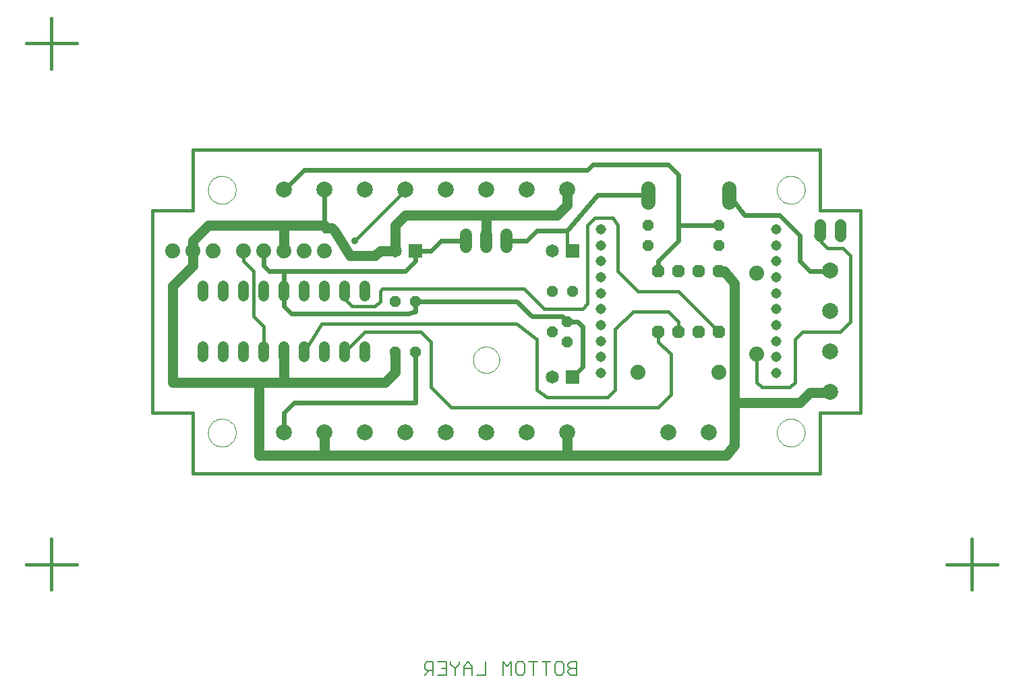
<source format=gbl>
G75*
G70*
%OFA0B0*%
%FSLAX24Y24*%
%IPPOS*%
%LPD*%
%AMOC8*
5,1,8,0,0,1.08239X$1,22.5*
%
%ADD10C,0.0160*%
%ADD11C,0.0000*%
%ADD12C,0.0060*%
%ADD13OC8,0.0630*%
%ADD14C,0.0787*%
%ADD15OC8,0.0520*%
%ADD16C,0.0600*%
%ADD17R,0.0650X0.0650*%
%ADD18C,0.0650*%
%ADD19C,0.0740*%
%ADD20C,0.0515*%
%ADD21C,0.0520*%
%ADD22C,0.0700*%
%ADD23C,0.0560*%
%ADD24C,0.0500*%
%ADD25C,0.0240*%
%ADD26C,0.0360*%
D10*
X004331Y004583D02*
X004331Y007083D01*
X003081Y005833D02*
X005581Y005833D01*
X011331Y010333D02*
X011331Y013333D01*
X009331Y013333D01*
X009331Y023333D01*
X011331Y023333D01*
X011331Y026333D01*
X042331Y026333D01*
X042331Y023333D01*
X044331Y023333D01*
X044331Y013333D01*
X042331Y013333D01*
X042331Y010333D01*
X011331Y010333D01*
X014831Y016333D02*
X014831Y017583D01*
X014331Y018083D01*
X014331Y020333D01*
X013831Y020833D01*
X013831Y021333D01*
X018831Y019333D02*
X018831Y018958D01*
X019206Y018583D01*
X020331Y018583D01*
X020581Y018833D01*
X020581Y019333D01*
X020706Y019458D01*
X027706Y019458D01*
X028706Y018458D01*
X030581Y018458D01*
X030831Y018708D01*
X030831Y022583D01*
X031206Y022958D01*
X032081Y022958D01*
X032331Y022583D01*
X032331Y020333D01*
X033331Y019333D01*
X035331Y019333D01*
X037331Y017333D01*
X035331Y017333D02*
X035331Y017833D01*
X034831Y018333D01*
X033081Y018333D01*
X032206Y017458D01*
X032206Y014458D01*
X031831Y014083D01*
X028831Y014083D01*
X028331Y014458D01*
X028331Y016958D01*
X027331Y017708D01*
X017706Y017708D01*
X016831Y016333D01*
X018831Y016333D02*
X019831Y017333D01*
X022581Y017333D01*
X023081Y016833D01*
X023081Y014583D01*
X024081Y013583D01*
X034331Y013583D01*
X034956Y014208D01*
X034956Y016208D01*
X034331Y016833D01*
X034331Y017333D01*
X039206Y016208D02*
X039206Y014833D01*
X039456Y014583D01*
X040831Y014583D01*
X041081Y014833D01*
X041081Y016958D01*
X041456Y017333D01*
X043331Y017333D01*
X043831Y017833D01*
X043831Y021083D01*
X043456Y021458D01*
X042706Y021458D01*
X042081Y022083D01*
X042841Y020342D02*
X042831Y020333D01*
X030081Y021333D02*
X029831Y021333D01*
X029831Y022333D01*
X021831Y024333D02*
X021823Y024343D01*
X021831Y024333D02*
X019331Y021833D01*
X005581Y031583D02*
X003081Y031583D01*
X004331Y030333D02*
X004331Y032833D01*
X048581Y005833D02*
X051081Y005833D01*
X049831Y004583D02*
X049831Y007083D01*
D11*
X040204Y012333D02*
X040206Y012385D01*
X040212Y012437D01*
X040222Y012488D01*
X040235Y012538D01*
X040253Y012588D01*
X040274Y012635D01*
X040298Y012681D01*
X040327Y012725D01*
X040358Y012767D01*
X040392Y012806D01*
X040429Y012843D01*
X040469Y012876D01*
X040512Y012907D01*
X040556Y012934D01*
X040602Y012958D01*
X040651Y012978D01*
X040700Y012994D01*
X040751Y013007D01*
X040802Y013016D01*
X040854Y013021D01*
X040906Y013022D01*
X040958Y013019D01*
X041010Y013012D01*
X041061Y013001D01*
X041111Y012987D01*
X041160Y012968D01*
X041207Y012946D01*
X041252Y012921D01*
X041296Y012892D01*
X041337Y012860D01*
X041376Y012825D01*
X041411Y012787D01*
X041444Y012746D01*
X041474Y012704D01*
X041500Y012659D01*
X041523Y012612D01*
X041542Y012563D01*
X041558Y012513D01*
X041570Y012463D01*
X041578Y012411D01*
X041582Y012359D01*
X041582Y012307D01*
X041578Y012255D01*
X041570Y012203D01*
X041558Y012153D01*
X041542Y012103D01*
X041523Y012054D01*
X041500Y012007D01*
X041474Y011962D01*
X041444Y011920D01*
X041411Y011879D01*
X041376Y011841D01*
X041337Y011806D01*
X041296Y011774D01*
X041252Y011745D01*
X041207Y011720D01*
X041160Y011698D01*
X041111Y011679D01*
X041061Y011665D01*
X041010Y011654D01*
X040958Y011647D01*
X040906Y011644D01*
X040854Y011645D01*
X040802Y011650D01*
X040751Y011659D01*
X040700Y011672D01*
X040651Y011688D01*
X040602Y011708D01*
X040556Y011732D01*
X040512Y011759D01*
X040469Y011790D01*
X040429Y011823D01*
X040392Y011860D01*
X040358Y011899D01*
X040327Y011941D01*
X040298Y011985D01*
X040274Y012031D01*
X040253Y012078D01*
X040235Y012128D01*
X040222Y012178D01*
X040212Y012229D01*
X040206Y012281D01*
X040204Y012333D01*
X025181Y015933D02*
X025183Y015983D01*
X025189Y016033D01*
X025199Y016083D01*
X025212Y016131D01*
X025229Y016179D01*
X025250Y016225D01*
X025274Y016269D01*
X025302Y016311D01*
X025333Y016351D01*
X025367Y016388D01*
X025404Y016423D01*
X025443Y016454D01*
X025484Y016483D01*
X025528Y016508D01*
X025574Y016530D01*
X025621Y016548D01*
X025669Y016562D01*
X025718Y016573D01*
X025768Y016580D01*
X025818Y016583D01*
X025869Y016582D01*
X025919Y016577D01*
X025969Y016568D01*
X026017Y016556D01*
X026065Y016539D01*
X026111Y016519D01*
X026156Y016496D01*
X026199Y016469D01*
X026239Y016439D01*
X026277Y016406D01*
X026312Y016370D01*
X026345Y016331D01*
X026374Y016290D01*
X026400Y016247D01*
X026423Y016202D01*
X026442Y016155D01*
X026457Y016107D01*
X026469Y016058D01*
X026477Y016008D01*
X026481Y015958D01*
X026481Y015908D01*
X026477Y015858D01*
X026469Y015808D01*
X026457Y015759D01*
X026442Y015711D01*
X026423Y015664D01*
X026400Y015619D01*
X026374Y015576D01*
X026345Y015535D01*
X026312Y015496D01*
X026277Y015460D01*
X026239Y015427D01*
X026199Y015397D01*
X026156Y015370D01*
X026111Y015347D01*
X026065Y015327D01*
X026017Y015310D01*
X025969Y015298D01*
X025919Y015289D01*
X025869Y015284D01*
X025818Y015283D01*
X025768Y015286D01*
X025718Y015293D01*
X025669Y015304D01*
X025621Y015318D01*
X025574Y015336D01*
X025528Y015358D01*
X025484Y015383D01*
X025443Y015412D01*
X025404Y015443D01*
X025367Y015478D01*
X025333Y015515D01*
X025302Y015555D01*
X025274Y015597D01*
X025250Y015641D01*
X025229Y015687D01*
X025212Y015735D01*
X025199Y015783D01*
X025189Y015833D01*
X025183Y015883D01*
X025181Y015933D01*
X012079Y012333D02*
X012081Y012385D01*
X012087Y012437D01*
X012097Y012488D01*
X012110Y012538D01*
X012128Y012588D01*
X012149Y012635D01*
X012173Y012681D01*
X012202Y012725D01*
X012233Y012767D01*
X012267Y012806D01*
X012304Y012843D01*
X012344Y012876D01*
X012387Y012907D01*
X012431Y012934D01*
X012477Y012958D01*
X012526Y012978D01*
X012575Y012994D01*
X012626Y013007D01*
X012677Y013016D01*
X012729Y013021D01*
X012781Y013022D01*
X012833Y013019D01*
X012885Y013012D01*
X012936Y013001D01*
X012986Y012987D01*
X013035Y012968D01*
X013082Y012946D01*
X013127Y012921D01*
X013171Y012892D01*
X013212Y012860D01*
X013251Y012825D01*
X013286Y012787D01*
X013319Y012746D01*
X013349Y012704D01*
X013375Y012659D01*
X013398Y012612D01*
X013417Y012563D01*
X013433Y012513D01*
X013445Y012463D01*
X013453Y012411D01*
X013457Y012359D01*
X013457Y012307D01*
X013453Y012255D01*
X013445Y012203D01*
X013433Y012153D01*
X013417Y012103D01*
X013398Y012054D01*
X013375Y012007D01*
X013349Y011962D01*
X013319Y011920D01*
X013286Y011879D01*
X013251Y011841D01*
X013212Y011806D01*
X013171Y011774D01*
X013127Y011745D01*
X013082Y011720D01*
X013035Y011698D01*
X012986Y011679D01*
X012936Y011665D01*
X012885Y011654D01*
X012833Y011647D01*
X012781Y011644D01*
X012729Y011645D01*
X012677Y011650D01*
X012626Y011659D01*
X012575Y011672D01*
X012526Y011688D01*
X012477Y011708D01*
X012431Y011732D01*
X012387Y011759D01*
X012344Y011790D01*
X012304Y011823D01*
X012267Y011860D01*
X012233Y011899D01*
X012202Y011941D01*
X012173Y011985D01*
X012149Y012031D01*
X012128Y012078D01*
X012110Y012128D01*
X012097Y012178D01*
X012087Y012229D01*
X012081Y012281D01*
X012079Y012333D01*
X012079Y024333D02*
X012081Y024385D01*
X012087Y024437D01*
X012097Y024488D01*
X012110Y024538D01*
X012128Y024588D01*
X012149Y024635D01*
X012173Y024681D01*
X012202Y024725D01*
X012233Y024767D01*
X012267Y024806D01*
X012304Y024843D01*
X012344Y024876D01*
X012387Y024907D01*
X012431Y024934D01*
X012477Y024958D01*
X012526Y024978D01*
X012575Y024994D01*
X012626Y025007D01*
X012677Y025016D01*
X012729Y025021D01*
X012781Y025022D01*
X012833Y025019D01*
X012885Y025012D01*
X012936Y025001D01*
X012986Y024987D01*
X013035Y024968D01*
X013082Y024946D01*
X013127Y024921D01*
X013171Y024892D01*
X013212Y024860D01*
X013251Y024825D01*
X013286Y024787D01*
X013319Y024746D01*
X013349Y024704D01*
X013375Y024659D01*
X013398Y024612D01*
X013417Y024563D01*
X013433Y024513D01*
X013445Y024463D01*
X013453Y024411D01*
X013457Y024359D01*
X013457Y024307D01*
X013453Y024255D01*
X013445Y024203D01*
X013433Y024153D01*
X013417Y024103D01*
X013398Y024054D01*
X013375Y024007D01*
X013349Y023962D01*
X013319Y023920D01*
X013286Y023879D01*
X013251Y023841D01*
X013212Y023806D01*
X013171Y023774D01*
X013127Y023745D01*
X013082Y023720D01*
X013035Y023698D01*
X012986Y023679D01*
X012936Y023665D01*
X012885Y023654D01*
X012833Y023647D01*
X012781Y023644D01*
X012729Y023645D01*
X012677Y023650D01*
X012626Y023659D01*
X012575Y023672D01*
X012526Y023688D01*
X012477Y023708D01*
X012431Y023732D01*
X012387Y023759D01*
X012344Y023790D01*
X012304Y023823D01*
X012267Y023860D01*
X012233Y023899D01*
X012202Y023941D01*
X012173Y023985D01*
X012149Y024031D01*
X012128Y024078D01*
X012110Y024128D01*
X012097Y024178D01*
X012087Y024229D01*
X012081Y024281D01*
X012079Y024333D01*
X040204Y024333D02*
X040206Y024385D01*
X040212Y024437D01*
X040222Y024488D01*
X040235Y024538D01*
X040253Y024588D01*
X040274Y024635D01*
X040298Y024681D01*
X040327Y024725D01*
X040358Y024767D01*
X040392Y024806D01*
X040429Y024843D01*
X040469Y024876D01*
X040512Y024907D01*
X040556Y024934D01*
X040602Y024958D01*
X040651Y024978D01*
X040700Y024994D01*
X040751Y025007D01*
X040802Y025016D01*
X040854Y025021D01*
X040906Y025022D01*
X040958Y025019D01*
X041010Y025012D01*
X041061Y025001D01*
X041111Y024987D01*
X041160Y024968D01*
X041207Y024946D01*
X041252Y024921D01*
X041296Y024892D01*
X041337Y024860D01*
X041376Y024825D01*
X041411Y024787D01*
X041444Y024746D01*
X041474Y024704D01*
X041500Y024659D01*
X041523Y024612D01*
X041542Y024563D01*
X041558Y024513D01*
X041570Y024463D01*
X041578Y024411D01*
X041582Y024359D01*
X041582Y024307D01*
X041578Y024255D01*
X041570Y024203D01*
X041558Y024153D01*
X041542Y024103D01*
X041523Y024054D01*
X041500Y024007D01*
X041474Y023962D01*
X041444Y023920D01*
X041411Y023879D01*
X041376Y023841D01*
X041337Y023806D01*
X041296Y023774D01*
X041252Y023745D01*
X041207Y023720D01*
X041160Y023698D01*
X041111Y023679D01*
X041061Y023665D01*
X041010Y023654D01*
X040958Y023647D01*
X040906Y023644D01*
X040854Y023645D01*
X040802Y023650D01*
X040751Y023659D01*
X040700Y023672D01*
X040651Y023688D01*
X040602Y023708D01*
X040556Y023732D01*
X040512Y023759D01*
X040469Y023790D01*
X040429Y023823D01*
X040392Y023860D01*
X040358Y023899D01*
X040327Y023941D01*
X040298Y023985D01*
X040274Y024031D01*
X040253Y024078D01*
X040235Y024128D01*
X040222Y024178D01*
X040212Y024229D01*
X040206Y024281D01*
X040204Y024333D01*
D12*
X030301Y001004D02*
X029981Y001004D01*
X029874Y000897D01*
X029874Y000790D01*
X029981Y000684D01*
X030301Y000684D01*
X030301Y001004D02*
X030301Y000363D01*
X029981Y000363D01*
X029874Y000470D01*
X029874Y000577D01*
X029981Y000684D01*
X029656Y000897D02*
X029656Y000470D01*
X029550Y000363D01*
X029336Y000363D01*
X029229Y000470D01*
X029229Y000897D01*
X029336Y001004D01*
X029550Y001004D01*
X029656Y000897D01*
X029012Y001004D02*
X028585Y001004D01*
X028798Y001004D02*
X028798Y000363D01*
X028154Y000363D02*
X028154Y001004D01*
X028367Y001004D02*
X027940Y001004D01*
X027723Y000897D02*
X027723Y000470D01*
X027616Y000363D01*
X027402Y000363D01*
X027296Y000470D01*
X027296Y000897D01*
X027402Y001004D01*
X027616Y001004D01*
X027723Y000897D01*
X027078Y001004D02*
X027078Y000363D01*
X026651Y000363D02*
X026651Y001004D01*
X026865Y000790D01*
X027078Y001004D01*
X025789Y001004D02*
X025789Y000363D01*
X025362Y000363D01*
X025145Y000363D02*
X025145Y000790D01*
X024931Y001004D01*
X024718Y000790D01*
X024718Y000363D01*
X024718Y000684D02*
X025145Y000684D01*
X024500Y000897D02*
X024287Y000684D01*
X024287Y000363D01*
X024287Y000684D02*
X024073Y000897D01*
X024073Y001004D01*
X023855Y001004D02*
X023855Y000363D01*
X023428Y000363D01*
X023211Y000363D02*
X023211Y001004D01*
X022891Y001004D01*
X022784Y000897D01*
X022784Y000684D01*
X022891Y000577D01*
X023211Y000577D01*
X022997Y000577D02*
X022784Y000363D01*
X023428Y001004D02*
X023855Y001004D01*
X023855Y000684D02*
X023642Y000684D01*
X024500Y000897D02*
X024500Y001004D01*
D13*
X034331Y017333D03*
X035331Y017333D03*
X036331Y017333D03*
X037331Y017333D03*
X037331Y020333D03*
X036331Y020333D03*
X035331Y020333D03*
X034331Y020333D03*
D14*
X029823Y024343D03*
X027823Y024343D03*
X025823Y024343D03*
X023823Y024343D03*
X021823Y024343D03*
X019823Y024343D03*
X017823Y024343D03*
X015823Y024343D03*
X015823Y012343D03*
X017823Y012343D03*
X019823Y012343D03*
X021823Y012343D03*
X023823Y012343D03*
X025823Y012343D03*
X027823Y012343D03*
X029823Y012343D03*
X034823Y012343D03*
X036823Y012343D03*
X042841Y014342D03*
X042841Y016342D03*
X042841Y018342D03*
X042841Y020342D03*
D15*
X037331Y021583D03*
X037331Y022583D03*
X033831Y022583D03*
X033831Y021583D03*
X030081Y019333D03*
X029081Y019333D03*
X029831Y017833D03*
X029081Y017333D03*
X029831Y016833D03*
X022331Y016333D03*
X021331Y016333D03*
X021331Y018833D03*
X022331Y018833D03*
D16*
X024831Y021533D02*
X024831Y022133D01*
X025831Y022133D02*
X025831Y021533D01*
X026831Y021533D02*
X026831Y022133D01*
D17*
X030081Y021333D03*
X022331Y021333D03*
X030081Y015083D03*
D18*
X029081Y015083D03*
X029081Y021333D03*
X021331Y021333D03*
D19*
X017831Y021333D03*
X016831Y021333D03*
X015831Y021333D03*
X014831Y021333D03*
X013831Y021333D03*
X012331Y021333D03*
X011331Y021333D03*
X010331Y021333D03*
X033331Y015333D03*
X037331Y015333D03*
X039206Y016208D03*
X039206Y020208D03*
D20*
X040162Y020014D03*
X040162Y019227D03*
X040162Y018440D03*
X040162Y017652D03*
X040162Y016865D03*
X040162Y016077D03*
X040162Y015290D03*
X040162Y020802D03*
X040162Y021589D03*
X040162Y022377D03*
X031500Y022377D03*
X031500Y021589D03*
X031500Y020802D03*
X031500Y020014D03*
X031500Y019227D03*
X031500Y018440D03*
X031500Y017652D03*
X031500Y016865D03*
X031500Y016077D03*
X031500Y015290D03*
D21*
X019831Y016073D02*
X019831Y016593D01*
X018831Y016593D02*
X018831Y016073D01*
X017831Y016073D02*
X017831Y016593D01*
X016831Y016593D02*
X016831Y016073D01*
X015831Y016073D02*
X015831Y016593D01*
X014831Y016593D02*
X014831Y016073D01*
X013831Y016073D02*
X013831Y016593D01*
X012831Y016593D02*
X012831Y016073D01*
X011831Y016073D02*
X011831Y016593D01*
X011831Y019073D02*
X011831Y019593D01*
X012831Y019593D02*
X012831Y019073D01*
X013831Y019073D02*
X013831Y019593D01*
X014831Y019593D02*
X014831Y019073D01*
X015831Y019073D02*
X015831Y019593D01*
X016831Y019593D02*
X016831Y019073D01*
X017831Y019073D02*
X017831Y019593D01*
X018831Y019593D02*
X018831Y019073D01*
X019831Y019073D02*
X019831Y019593D01*
D22*
X033831Y023733D02*
X033831Y024433D01*
X037831Y024433D02*
X037831Y023733D01*
D23*
X042331Y022613D02*
X042331Y022053D01*
X043331Y022053D02*
X043331Y022613D01*
D24*
X038081Y019708D02*
X038081Y013833D01*
X038081Y011708D01*
X037706Y011208D01*
X029831Y011208D01*
X017831Y011208D01*
X014581Y011208D01*
X014581Y014833D01*
X015831Y014833D01*
X015831Y016333D01*
X015831Y014833D02*
X020831Y014833D01*
X021331Y015333D01*
X021331Y016333D01*
X017831Y012333D02*
X017831Y011208D01*
X014581Y014833D02*
X010331Y014833D01*
X010331Y019583D01*
X011331Y020583D01*
X011331Y021333D01*
X011331Y021833D01*
X012081Y022583D01*
X015831Y022583D01*
X017831Y022583D01*
X017956Y022458D01*
X018206Y022458D01*
X018331Y022333D01*
X019081Y021083D01*
X020331Y021083D01*
X020581Y021333D01*
X021331Y021333D01*
X021331Y022583D01*
X021831Y023083D01*
X025831Y023083D01*
X025831Y021833D01*
X025831Y023083D02*
X029331Y023083D01*
X029831Y023583D01*
X029831Y024333D01*
X037331Y020333D02*
X037581Y020333D01*
X038081Y019708D01*
X041831Y014333D02*
X041331Y013833D01*
X038081Y013833D01*
X041831Y014333D02*
X042831Y014333D01*
X029831Y012333D02*
X029831Y011208D01*
X015831Y021333D02*
X015831Y022583D01*
D25*
X014831Y021333D02*
X014831Y020583D01*
X015081Y020333D01*
X015831Y020333D01*
X015831Y019333D01*
X015831Y018583D01*
X016206Y018208D01*
X021956Y018208D01*
X022331Y018333D01*
X022331Y018833D01*
X027331Y018833D01*
X028081Y018083D01*
X029581Y018083D01*
X029831Y017833D01*
X030331Y017833D01*
X030581Y017583D01*
X030581Y015583D01*
X030081Y015083D01*
X029823Y012343D02*
X029831Y012333D01*
X022331Y013833D02*
X022331Y016333D01*
X022331Y013833D02*
X016331Y013833D01*
X015831Y013333D01*
X015831Y012333D01*
X015823Y012343D01*
X017823Y012343D02*
X017831Y012333D01*
X029706Y017958D02*
X029831Y017833D01*
X034331Y020333D02*
X034331Y020833D01*
X035331Y021833D01*
X035331Y022583D01*
X037331Y022583D01*
X038581Y023083D02*
X040331Y023083D01*
X041331Y022083D01*
X041331Y020833D01*
X041831Y020333D01*
X042831Y020333D01*
X038581Y023083D02*
X037831Y024083D01*
X035331Y025083D02*
X035331Y022583D01*
X033831Y024083D02*
X031331Y024083D01*
X029831Y022333D01*
X028331Y022333D01*
X027831Y021833D01*
X026831Y021833D01*
X024831Y021833D02*
X023581Y021833D01*
X023081Y021333D01*
X022331Y021333D01*
X022331Y020833D01*
X021831Y020333D01*
X015831Y020333D01*
X017831Y022333D02*
X017956Y022458D01*
X017831Y022333D02*
X017831Y024333D01*
X017823Y024343D01*
X016831Y025333D02*
X015831Y024333D01*
X015823Y024343D01*
X016831Y025333D02*
X030831Y025333D01*
X031081Y025583D01*
X034831Y025583D01*
X035331Y025083D01*
X029831Y024333D02*
X029823Y024343D01*
X042831Y014333D02*
X042841Y014342D01*
D26*
X019331Y021833D03*
M02*

</source>
